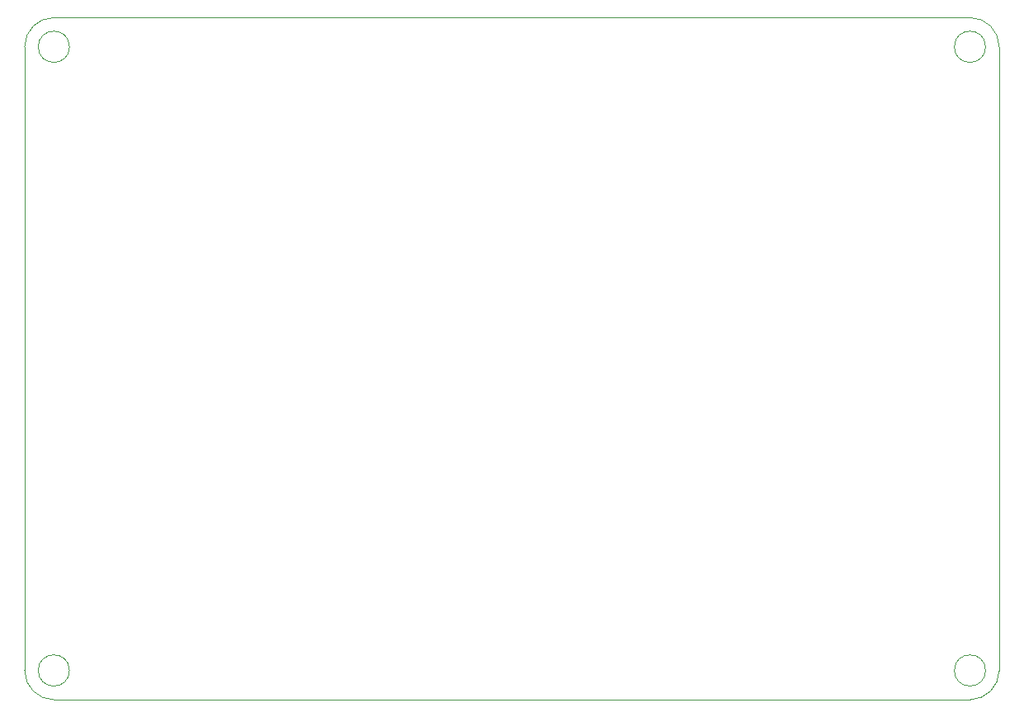
<source format=gbr>
%TF.GenerationSoftware,KiCad,Pcbnew,8.0.3-8.0.3-0~ubuntu20.04.1*%
%TF.CreationDate,2025-01-28T06:06:15-03:00*%
%TF.ProjectId,hv_pulse_generator,68765f70-756c-4736-955f-67656e657261,rev?*%
%TF.SameCoordinates,Original*%
%TF.FileFunction,Profile,NP*%
%FSLAX46Y46*%
G04 Gerber Fmt 4.6, Leading zero omitted, Abs format (unit mm)*
G04 Created by KiCad (PCBNEW 8.0.3-8.0.3-0~ubuntu20.04.1) date 2025-01-28 06:06:15*
%MOMM*%
%LPD*%
G01*
G04 APERTURE LIST*
%TA.AperFunction,Profile*%
%ADD10C,0.050000*%
%TD*%
G04 APERTURE END LIST*
D10*
X54600000Y-66000000D02*
G75*
G02*
X51400000Y-66000000I-1600000J0D01*
G01*
X51400000Y-66000000D02*
G75*
G02*
X54600000Y-66000000I1600000J0D01*
G01*
X148600000Y-66000000D02*
G75*
G02*
X145400000Y-66000000I-1600000J0D01*
G01*
X145400000Y-66000000D02*
G75*
G02*
X148600000Y-66000000I1600000J0D01*
G01*
X53000000Y-133000000D02*
G75*
G02*
X50000000Y-130000000I0J3000000D01*
G01*
X148600000Y-130000000D02*
G75*
G02*
X145400000Y-130000000I-1600000J0D01*
G01*
X145400000Y-130000000D02*
G75*
G02*
X148600000Y-130000000I1600000J0D01*
G01*
X147000000Y-63000000D02*
X53000000Y-63000000D01*
X54600000Y-130000000D02*
G75*
G02*
X51400000Y-130000000I-1600000J0D01*
G01*
X51400000Y-130000000D02*
G75*
G02*
X54600000Y-130000000I1600000J0D01*
G01*
X50000000Y-66000000D02*
X50000000Y-130000000D01*
X150000000Y-130000000D02*
G75*
G02*
X147000000Y-133000000I-3000000J0D01*
G01*
X50000000Y-66000000D02*
G75*
G02*
X53000000Y-63000000I3000000J0D01*
G01*
X53000000Y-133000000D02*
X147000000Y-133000000D01*
X150000000Y-130000000D02*
X150000000Y-66000000D01*
X147000000Y-63000000D02*
G75*
G02*
X150000000Y-66000000I0J-3000000D01*
G01*
M02*

</source>
